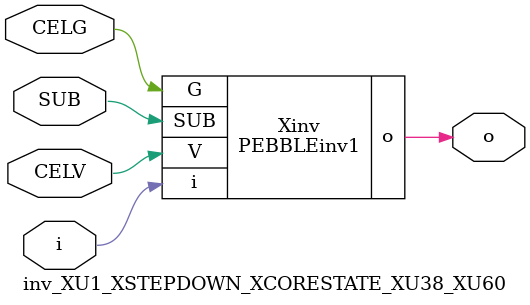
<source format=v>



module PEBBLEinv1 ( o, G, SUB, V, i );

  input V;
  input i;
  input G;
  output o;
  input SUB;
endmodule

//Celera Confidential Do Not Copy inv_XU1_XSTEPDOWN_XCORESTATE_XU38_XU60
//Celera Confidential Symbol Generator
//5V Inverter
module inv_XU1_XSTEPDOWN_XCORESTATE_XU38_XU60 (CELV,CELG,i,o,SUB);
input CELV;
input CELG;
input i;
input SUB;
output o;

//Celera Confidential Do Not Copy inv
PEBBLEinv1 Xinv(
.V (CELV),
.i (i),
.o (o),
.SUB (SUB),
.G (CELG)
);
//,diesize,PEBBLEinv1

//Celera Confidential Do Not Copy Module End
//Celera Schematic Generator
endmodule

</source>
